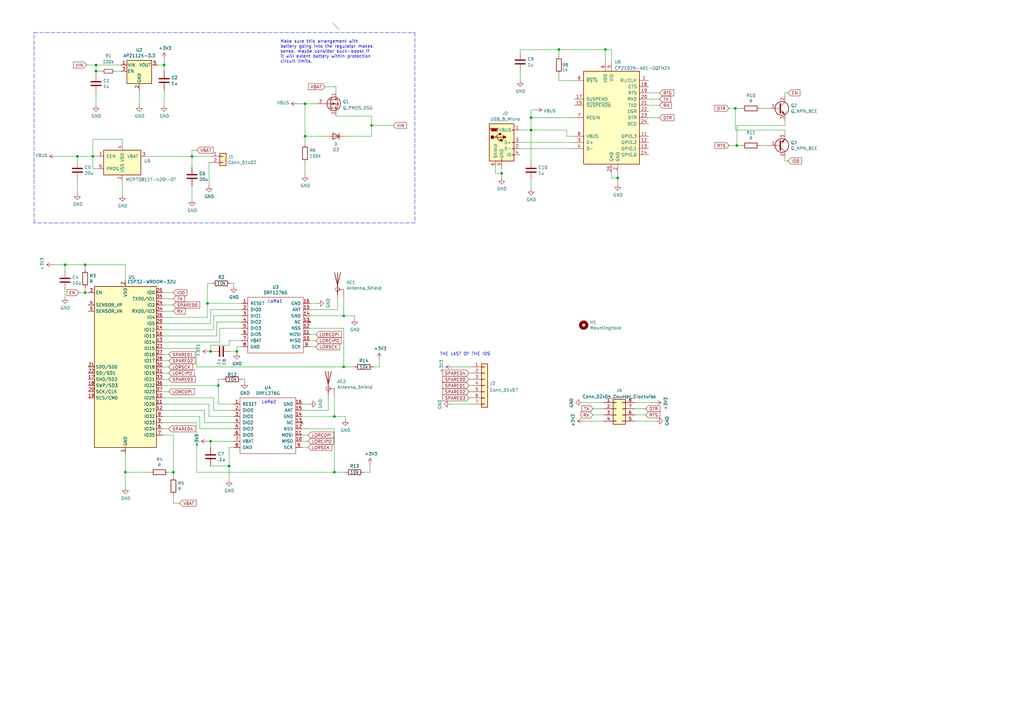
<source format=kicad_sch>
(kicad_sch (version 20211123) (generator eeschema)
  (paper "A3")
  (lib_symbols
    (symbol "Battery_Management:MCP73811T-420I-OT" (pin_names (offset 1.016))
      (property "Reference" "U" (at -6.35 6.35 0))
      (property "Value" "MCP73811T-420I-OT" (at 1.27 6.35 0))
      (symbol "MCP73811T-420I-OT_1_1"
        (pin input line (at -10.16 2.54 0) (length 2.54) (name "CEN") (number "1"))
        (pin power_in line (at 0 -7.62 90) (length 2.54) (name "VSS") (number "2"))
        (pin power_out line (at 10.16 2.54 180) (length 2.54) (name "VBAT") (number "3"))
        (pin power_in line (at 0 7.62 270) (length 2.54) (name "VDD") (number "4"))
        (pin input line (at -10.16 -2.54 0) (length 2.54) (name "PROG") (number "5"))
      )
    )
    (symbol "Connector_Generic:Conn_01x02" (pin_names (offset 1.016) hide)
      (property "Reference" "J" (at 0 2.54 0))
      (property "Value" "Conn_01x02" (at 0 -5.08 0))
      (symbol "Conn_01x02_1_1"
        (pin passive line (at -5.08 0 0) (length 3.81) (name "Pin_1") (number "1"))
        (pin passive line (at -5.08 -2.54 0) (length 3.81) (name "Pin_2") (number "2"))
      )
    )
    (symbol "Connector_Generic:Conn_01x07" (pin_names (offset 1.016) hide)
      (property "Reference" "J" (at 0 10.16 0))
      (property "Value" "Conn_01x07" (at 0 -10.16 0))
      (symbol "Conn_01x07_1_1"
        (pin passive line (at -5.08 7.62 0) (length 3.81) (name "Pin_1") (number "1"))
        (pin passive line (at -5.08 5.08 0) (length 3.81) (name "Pin_2") (number "2"))
        (pin passive line (at -5.08 2.54 0) (length 3.81) (name "Pin_3") (number "3"))
        (pin passive line (at -5.08 0 0) (length 3.81) (name "Pin_4") (number "4"))
        (pin passive line (at -5.08 -2.54 0) (length 3.81) (name "Pin_5") (number "5"))
        (pin passive line (at -5.08 -5.08 0) (length 3.81) (name "Pin_6") (number "6"))
        (pin passive line (at -5.08 -7.62 0) (length 3.81) (name "Pin_7") (number "7"))
      )
    )
    (symbol "Connector_Generic:Conn_02x04_Counter_Clockwise" (pin_names (offset 1.016) hide)
      (property "Reference" "J" (at 1.27 5.08 0))
      (property "Value" "Conn_02x04_Counter_Clockwise" (at 1.27 -7.62 0))
      (symbol "Conn_02x04_Counter_Clockwise_1_1"
        (pin passive line (at -5.08 2.54 0) (length 3.81) (name "Pin_1") (number "1"))
        (pin passive line (at -5.08 0 0) (length 3.81) (name "Pin_2") (number "2"))
        (pin passive line (at -5.08 -2.54 0) (length 3.81) (name "Pin_3") (number "3"))
        (pin passive line (at -5.08 -5.08 0) (length 3.81) (name "Pin_4") (number "4"))
        (pin passive line (at 7.62 -5.08 180) (length 3.81) (name "Pin_5") (number "5"))
        (pin passive line (at 7.62 -2.54 180) (length 3.81) (name "Pin_6") (number "6"))
        (pin passive line (at 7.62 0 180) (length 3.81) (name "Pin_7") (number "7"))
        (pin passive line (at 7.62 2.54 180) (length 3.81) (name "Pin_8") (number "8"))
      )
    )
    (symbol "Device:Antenna_Shield" (pin_numbers hide) (pin_names (offset 1.016) hide)
      (property "Reference" "AE" (at -1.905 4.445 0))
      (property "Value" "Antenna_Shield" (at -1.905 2.54 0))
      (symbol "Antenna_Shield_1_1"
        (pin input line (at 0 -5.08 90) (length 2.54) (name "A") (number "1"))
        (pin input line (at 2.54 -5.08 90) (length 2.54) (name "Shield") (number "2"))
      )
    )
    (symbol "Device:C" (pin_numbers hide) (pin_names (offset 0.254))
      (property "Reference" "C" (at 0.635 2.54 0))
      (property "Value" "C" (at 0.635 -2.54 0))
      (symbol "C_1_1"
        (pin passive line (at 0 3.81 270) (length 2.794) (name "~") (number "1"))
        (pin passive line (at 0 -3.81 90) (length 2.794) (name "~") (number "2"))
      )
    )
    (symbol "Device:D" (pin_numbers hide) (pin_names (offset 1.016) hide)
      (property "Reference" "D" (at 0 2.54 0))
      (property "Value" "D" (at 0 -2.54 0))
      (symbol "D_1_1"
        (pin passive line (at -3.81 0 0) (length 2.54) (name "K") (number "1"))
        (pin passive line (at 3.81 0 180) (length 2.54) (name "A") (number "2"))
      )
    )
    (symbol "Device:Q_NPN_BCE" (pin_names (offset 0) hide)
      (property "Reference" "Q" (at 5.08 1.27 0))
      (property "Value" "Q_NPN_BCE" (at 5.08 -1.27 0))
      (symbol "Q_NPN_BCE_1_1"
        (pin input line (at -5.08 0 0) (length 5.715) (name "B") (number "1"))
        (pin passive line (at 2.54 5.08 270) (length 2.54) (name "C") (number "2"))
        (pin passive line (at 2.54 -5.08 90) (length 2.54) (name "E") (number "3"))
      )
    )
    (symbol "Device:Q_PMOS_DSG" (pin_names (offset 0) hide)
      (property "Reference" "Q" (at 5.08 1.27 0))
      (property "Value" "Q_PMOS_DSG" (at 5.08 -1.27 0))
      (symbol "Q_PMOS_DSG_1_1"
        (pin passive line (at 2.54 5.08 270) (length 2.54) (name "D") (number "1"))
        (pin passive line (at 2.54 -5.08 90) (length 2.54) (name "S") (number "2"))
        (pin input line (at -5.08 0 0) (length 2.54) (name "G") (number "3"))
      )
    )
    (symbol "Device:R" (pin_numbers hide) (pin_names (offset 0))
      (property "Reference" "R" (at 2.032 0 90))
      (property "Value" "R" (at 0 0 90))
      (symbol "R_1_1"
        (pin passive line (at 0 3.81 270) (length 1.27) (name "~") (number "1"))
        (pin passive line (at 0 -3.81 90) (length 1.27) (name "~") (number "2"))
      )
    )
    (symbol "Device:R_Small" (pin_numbers hide) (pin_names (offset 0.254) hide)
      (property "Reference" "R" (at 0.762 0.508 0))
      (property "Value" "R_Small" (at 0.762 -1.016 0))
      (symbol "R_Small_1_1"
        (pin passive line (at 0 2.54 270) (length 0.762) (name "~") (number "1"))
        (pin passive line (at 0 -2.54 90) (length 0.762) (name "~") (number "2"))
      )
    )
    (symbol "Interface_USB:CP2102N-A01-GQFN24" (pin_names (offset 1.016))
      (property "Reference" "U" (at -5.08 22.225 0))
      (property "Value" "Interface_USB_CP2102N-A01-GQFN24" (at -5.08 20.32 0))
      (symbol "CP2102N-A01-GQFN24_1_1"
        (pin bidirectional line (at 15.24 15.24 180) (length 3.81) (name "RI/CLK") (number "1"))
        (pin no_connect line (at 10.16 -22.86 90) (length 3.81) hide (name "NC") (number "10"))
        (pin bidirectional line (at 15.24 -7.62 180) (length 3.81) (name "GPIO.3") (number "11"))
        (pin bidirectional line (at 15.24 -10.16 180) (length 3.81) (name "GPIO.2") (number "12"))
        (pin bidirectional line (at 15.24 -12.7 180) (length 3.81) (name "GPIO.1") (number "13"))
        (pin bidirectional line (at 15.24 -15.24 180) (length 3.81) (name "GPIO.0") (number "14"))
        (pin output line (at -15.24 5.08 0) (length 3.81) (name "~{SUSPENDb}") (number "15"))
        (pin no_connect line (at 7.62 -22.86 90) (length 3.81) hide (name "NC") (number "16"))
        (pin output line (at -15.24 7.62 0) (length 3.81) (name "SUSPEND") (number "17"))
        (pin input line (at 15.24 12.7 180) (length 3.81) (name "CTS") (number "18"))
        (pin output line (at 15.24 10.16 180) (length 3.81) (name "RTS") (number "19"))
        (pin power_in line (at 2.54 -22.86 90) (length 3.81) (name "GND") (number "2"))
        (pin input line (at 15.24 7.62 180) (length 3.81) (name "RXD") (number "20"))
        (pin output line (at 15.24 5.08 180) (length 3.81) (name "TXD") (number "21"))
        (pin input line (at 15.24 2.54 180) (length 3.81) (name "DSR") (number "22"))
        (pin output line (at 15.24 0 180) (length 3.81) (name "DTR") (number "23"))
        (pin input line (at 15.24 -2.54 180) (length 3.81) (name "DCD") (number "24"))
        (pin power_in line (at 0 -22.86 90) (length 3.81) (name "GND") (number "25"))
        (pin bidirectional line (at -15.24 -10.16 0) (length 3.81) (name "D+") (number "3"))
        (pin bidirectional line (at -15.24 -12.7 0) (length 3.81) (name "D-") (number "4"))
        (pin power_in line (at 0 22.86 270) (length 3.81) (name "VIO") (number "5"))
        (pin power_in line (at -2.54 22.86 270) (length 3.81) (name "VDD") (number "6"))
        (pin power_in line (at -15.24 0 0) (length 3.81) (name "REGIN") (number "7"))
        (pin input line (at -15.24 -7.62 0) (length 3.81) (name "VBUS") (number "8"))
        (pin input line (at -15.24 15.24 0) (length 3.81) (name "~{RSTb}") (number "9"))
      )
    )
    (symbol "Mechanical:MountingHole" (pin_names (offset 1.016))
      (property "Reference" "H" (at 0 5.08 0))
      (property "Value" "MountingHole" (at 0 3.175 0))
    )
    (symbol "RF_Module:ESP32-WROOM-32U"
      (property "Reference" "U" (at -12.7 34.29 0))
      (property "Value" "ESP32-WROOM-32U" (at 1.27 34.29 0))
      (symbol "ESP32-WROOM-32U_1_1"
        (pin power_in line (at 0 -35.56 90) (length 2.54) (name "GND") (number "1"))
        (pin bidirectional line (at 15.24 -12.7 180) (length 2.54) (name "IO25") (number "10"))
        (pin bidirectional line (at 15.24 -15.24 180) (length 2.54) (name "IO26") (number "11"))
        (pin bidirectional line (at 15.24 -17.78 180) (length 2.54) (name "IO27") (number "12"))
        (pin bidirectional line (at 15.24 10.16 180) (length 2.54) (name "IO14") (number "13"))
        (pin bidirectional line (at 15.24 15.24 180) (length 2.54) (name "IO12") (number "14"))
        (pin passive line (at 0 -35.56 90) (length 2.54) hide (name "GND") (number "15"))
        (pin bidirectional line (at 15.24 12.7 180) (length 2.54) (name "IO13") (number "16"))
        (pin bidirectional line (at -15.24 -5.08 0) (length 2.54) (name "SHD/SD2") (number "17"))
        (pin bidirectional line (at -15.24 -7.62 0) (length 2.54) (name "SWP/SD3") (number "18"))
        (pin bidirectional line (at -15.24 -12.7 0) (length 2.54) (name "SCS/CMD") (number "19"))
        (pin power_in line (at 0 35.56 270) (length 2.54) (name "VDD") (number "2"))
        (pin bidirectional line (at -15.24 -10.16 0) (length 2.54) (name "SCK/CLK") (number "20"))
        (pin bidirectional line (at -15.24 0 0) (length 2.54) (name "SDO/SD0") (number "21"))
        (pin bidirectional line (at -15.24 -2.54 0) (length 2.54) (name "SDI/SD1") (number "22"))
        (pin bidirectional line (at 15.24 7.62 180) (length 2.54) (name "IO15") (number "23"))
        (pin bidirectional line (at 15.24 25.4 180) (length 2.54) (name "IO2") (number "24"))
        (pin bidirectional line (at 15.24 30.48 180) (length 2.54) (name "IO0") (number "25"))
        (pin bidirectional line (at 15.24 20.32 180) (length 2.54) (name "IO4") (number "26"))
        (pin bidirectional line (at 15.24 5.08 180) (length 2.54) (name "IO16") (number "27"))
        (pin bidirectional line (at 15.24 2.54 180) (length 2.54) (name "IO17") (number "28"))
        (pin bidirectional line (at 15.24 17.78 180) (length 2.54) (name "IO5") (number "29"))
        (pin input line (at -15.24 30.48 0) (length 2.54) (name "EN") (number "3"))
        (pin bidirectional line (at 15.24 0 180) (length 2.54) (name "IO18") (number "30"))
        (pin bidirectional line (at 15.24 -2.54 180) (length 2.54) (name "IO19") (number "31"))
        (pin no_connect line (at -12.7 -27.94 0) (length 2.54) hide (name "NC") (number "32"))
        (pin bidirectional line (at 15.24 -5.08 180) (length 2.54) (name "IO21") (number "33"))
        (pin bidirectional line (at 15.24 22.86 180) (length 2.54) (name "RXD0/IO3") (number "34"))
        (pin bidirectional line (at 15.24 27.94 180) (length 2.54) (name "TXD0/IO1") (number "35"))
        (pin bidirectional line (at 15.24 -7.62 180) (length 2.54) (name "IO22") (number "36"))
        (pin bidirectional line (at 15.24 -10.16 180) (length 2.54) (name "IO23") (number "37"))
        (pin passive line (at 0 -35.56 90) (length 2.54) hide (name "GND") (number "38"))
        (pin passive line (at 0 -35.56 90) (length 2.54) hide (name "GND") (number "39"))
        (pin input line (at -15.24 25.4 0) (length 2.54) (name "SENSOR_VP") (number "4"))
        (pin input line (at -15.24 22.86 0) (length 2.54) (name "SENSOR_VN") (number "5"))
        (pin input line (at 15.24 -25.4 180) (length 2.54) (name "IO34") (number "6"))
        (pin input line (at 15.24 -27.94 180) (length 2.54) (name "IO35") (number "7"))
        (pin bidirectional line (at 15.24 -20.32 180) (length 2.54) (name "IO32") (number "8"))
        (pin bidirectional line (at 15.24 -22.86 180) (length 2.54) (name "IO33") (number "9"))
      )
    )
    (symbol "Regulator_Linear:AP2112K-3.3" (pin_names (offset 0.254))
      (property "Reference" "U" (at -5.08 5.715 0))
      (property "Value" "AP2112K-3.3" (at 0 5.715 0))
      (symbol "AP2112K-3.3_1_1"
        (pin power_in line (at -7.62 2.54 0) (length 2.54) (name "VIN") (number "1"))
        (pin power_in line (at 0 -7.62 90) (length 2.54) (name "GND") (number "2"))
        (pin input line (at -7.62 0 0) (length 2.54) (name "EN") (number "3"))
        (pin no_connect line (at 5.08 0 180) (length 2.54) hide (name "NC") (number "4"))
        (pin power_out line (at 7.62 2.54 180) (length 2.54) (name "VOUT") (number "5"))
      )
    )
    (symbol "loranet2-rescue:USB_B_Micro-Connector" (pin_names (offset 1.016))
      (property "Reference" "J" (at -5.08 11.43 0))
      (property "Value" "USB_B_Micro-Connector" (at -5.08 8.89 0))
      (symbol "USB_B_Micro-Connector_1_1"
        (pin power_out line (at 7.62 5.08 180) (length 2.54) (name "VBUS") (number "1"))
        (pin passive line (at 7.62 -2.54 180) (length 2.54) (name "D-") (number "2"))
        (pin passive line (at 7.62 0 180) (length 2.54) (name "D+") (number "3"))
        (pin passive line (at 7.62 -5.08 180) (length 2.54) (name "ID") (number "4"))
        (pin power_out line (at 0 -10.16 90) (length 2.54) (name "GND") (number "5"))
        (pin passive line (at -2.54 -10.16 90) (length 2.54) (name "Shield") (number "6"))
      )
    )
    (symbol "loranet2:DRF1276G" (pin_names (offset 1.016))
      (property "Reference" "U" (at 0 -12.7 0))
      (property "Value" "DRF1276G" (at 0 15.24 0))
      (symbol "DRF1276G_1_1"
        (pin input line (at -15.24 10.16 0) (length 2.54) (name "RESET") (number "1"))
        (pin bidirectional line (at 12.7 -5.08 180) (length 2.54) (name "MISO") (number "10"))
        (pin bidirectional line (at 12.7 -2.54 180) (length 2.54) (name "MOSI") (number "11"))
        (pin input line (at 12.7 0 180) (length 2.54) (name "NSS") (number "12"))
        (pin no_connect line (at 12.7 2.54 180) (length 2.54) (name "NC") (number "13"))
        (pin power_in line (at 12.7 5.08 180) (length 2.54) (name "GND") (number "14"))
        (pin bidirectional line (at 12.7 7.62 180) (length 2.54) (name "ANT") (number "15"))
        (pin power_in line (at 12.7 10.16 180) (length 2.54) (name "GND") (number "16"))
        (pin bidirectional line (at -15.24 7.62 0) (length 2.54) (name "DIO0") (number "2"))
        (pin bidirectional line (at -15.24 5.08 0) (length 2.54) (name "DIO1") (number "3"))
        (pin bidirectional line (at -15.24 2.54 0) (length 2.54) (name "DIO2") (number "4"))
        (pin bidirectional line (at -15.24 0 0) (length 2.54) (name "DIO3") (number "5"))
        (pin bidirectional line (at -15.24 -2.54 0) (length 2.54) (name "DIO5") (number "6"))
        (pin power_in line (at -15.24 -5.08 0) (length 2.54) (name "VBAT") (number "7"))
        (pin power_in line (at -15.24 -7.62 0) (length 2.54) (name "GND") (number "8"))
        (pin input line (at 12.7 -7.62 180) (length 2.54) (name "SCK") (number "9"))
      )
    )
    (symbol "power:+3V3" (power) (pin_names (offset 0))
      (property "Value" "+3V3" (at 0 3.556 0))
      (symbol "+3V3_1_1"
        (pin power_in line (at 0 0 90) (length 0) hide (name "+3V3") (number "1"))
      )
    )
    (symbol "power:GND" (power) (pin_names (offset 0))
      (property "Value" "GND" (at 0 -3.81 0))
      (symbol "GND_1_1"
        (pin power_in line (at 0 0 270) (length 0) hide (name "GND") (number "1"))
      )
    )
    (symbol "power:VBUS" (power) (pin_names (offset 0))
      (property "Value" "VBUS" (at 0 3.81 0))
      (symbol "VBUS_1_1"
        (pin power_in line (at 0 0 90) (length 0) hide (name "VBUS") (number "1"))
      )
    )
  )
  (junction (at 152.4 51.435))
  (junction (at 137.16 170.815))
  (junction (at 51.435 193.675))
  (junction (at 85.09 124.46))
  (junction (at 205.74 71.12))
  (junction (at 93.98 191.135))
  (junction (at 301.625 44.45))
  (junction (at 125.095 55.88))
  (junction (at 140.97 150.495))
  (junction (at 89.535 158.115))
  (junction (at 97.155 144.145))
  (junction (at 86.36 180.975))
  (junction (at 39.37 29.21))
  (junction (at 67.31 26.67))
  (junction (at 31.75 64.135))
  (junction (at 302.26 59.69))
  (junction (at 86.36 144.145))
  (junction (at 78.74 64.135))
  (junction (at 38.1 64.135))
  (junction (at 39.37 26.67))
  (junction (at 140.97 129.54))
  (junction (at 253.365 73.025))
  (junction (at 248.285 20.32))
  (junction (at 229.235 20.32))
  (junction (at 217.805 53.34))
  (junction (at 217.805 48.26))
  (junction (at 71.12 193.675))
  (junction (at 34.925 120.015))
  (junction (at 34.925 108.585))
  (junction (at 26.67 108.585))
  (junction (at 137.16 193.675))
  (junction (at 125.095 42.545))
  (bus_entry (at 136.525 9.525) (size 2.54 2.54))
  (wire (pts (xy 67.31 26.67) (xy 67.31 24.13)))
  (wire (pts (xy 217.805 48.26) (xy 235.585 48.26)))
  (wire (pts (xy 140.97 134.62) (xy 140.97 150.495)))
  (wire (pts (xy 217.805 48.26) (xy 217.805 45.085)))
  (wire (pts (xy 125.095 42.545) (xy 130.175 42.545)))
  (wire (pts (xy 31.75 64.135) (xy 38.1 64.135)))
  (wire (pts (xy 87.63 163.195) (xy 87.63 168.275)))
  (wire (pts (xy 140.97 150.495) (xy 145.415 150.495)))
  (wire (pts (xy 213.36 53.34) (xy 217.805 53.34)))
  (wire (pts (xy 26.67 108.585) (xy 34.925 108.585)))
  (wire (pts (xy 78.74 64.135) (xy 78.74 68.58)))
  (wire (pts (xy 66.675 135.255) (xy 87.63 135.255)))
  (wire (pts (xy 321.945 53.34) (xy 321.945 54.61)))
  (wire (pts (xy 129.54 139.7) (xy 127 139.7)))
  (wire (pts (xy 89.535 155.575) (xy 91.44 155.575)))
  (wire (pts (xy 125.095 42.545) (xy 125.095 55.88)))
  (wire (pts (xy 86.36 127) (xy 99.06 127)))
  (wire (pts (xy 83.82 168.275) (xy 83.82 173.355)))
  (wire (pts (xy 93.98 139.7) (xy 99.06 139.7)))
  (wire (pts (xy 89.535 155.575) (xy 89.535 158.115)))
  (wire (pts (xy 85.725 66.675) (xy 86.36 66.675)))
  (wire (pts (xy 321.945 64.77) (xy 321.945 66.04)))
  (wire (pts (xy 205.74 71.12) (xy 205.74 73.025)))
  (wire (pts (xy 138.43 127) (xy 138.43 121.92)))
  (wire (pts (xy 270.51 48.26) (xy 266.065 48.26)))
  (wire (pts (xy 21.59 108.585) (xy 26.67 108.585)))
  (wire (pts (xy 81.915 175.895) (xy 81.915 170.815)))
  (wire (pts (xy 321.945 49.53) (xy 321.945 51.435)))
  (wire (pts (xy 85.09 180.975) (xy 86.36 180.975)))
  (wire (pts (xy 93.98 141.605) (xy 93.98 139.7)))
  (wire (pts (xy 137.16 193.675) (xy 141.605 193.675)))
  (wire (pts (xy 260.35 170.18) (xy 264.795 170.18)))
  (wire (pts (xy 86.36 144.145) (xy 85.725 144.145)))
  (wire (pts (xy 137.795 47.625) (xy 152.4 47.625)))
  (wire (pts (xy 51.435 108.585) (xy 51.435 114.935)))
  (wire (pts (xy 149.225 193.675) (xy 151.765 193.675)))
  (wire (pts (xy 217.805 53.34) (xy 217.805 48.26)))
  (wire (pts (xy 95.885 117.475) (xy 95.885 116.205)))
  (wire (pts (xy 39.37 26.67) (xy 39.37 29.21)))
  (wire (pts (xy 41.91 29.21) (xy 39.37 29.21)))
  (wire (pts (xy 311.785 44.45) (xy 314.325 44.45)))
  (wire (pts (xy 71.12 203.2) (xy 71.12 206.375)))
  (wire (pts (xy 34.925 110.49) (xy 34.925 108.585)))
  (wire (pts (xy 127 134.62) (xy 140.97 134.62)))
  (wire (pts (xy 66.675 137.795) (xy 88.9 137.795)))
  (wire (pts (xy 203.2 68.58) (xy 203.2 71.12)))
  (wire (pts (xy 40.005 69.215) (xy 38.1 69.215)))
  (wire (pts (xy 67.31 43.18) (xy 67.31 36.83)))
  (wire (pts (xy 85.725 76.2) (xy 85.725 66.675)))
  (wire (pts (xy 125.095 66.675) (xy 125.095 71.755)))
  (wire (pts (xy 121.92 42.545) (xy 125.095 42.545)))
  (wire (pts (xy 123.825 175.895) (xy 137.16 175.895)))
  (wire (pts (xy 66.675 173.355) (xy 80.645 173.355)))
  (wire (pts (xy 141.605 170.815) (xy 141.605 172.085)))
  (wire (pts (xy 140.97 121.92) (xy 140.97 129.54)))
  (wire (pts (xy 248.285 25.4) (xy 248.285 20.32)))
  (wire (pts (xy 39.37 38.1) (xy 39.37 43.18)))
  (wire (pts (xy 88.9 137.795) (xy 88.9 132.08)))
  (wire (pts (xy 213.36 33.02) (xy 213.36 29.21)))
  (wire (pts (xy 323.215 38.1) (xy 321.945 38.1)))
  (wire (pts (xy 311.785 59.69) (xy 314.325 59.69)))
  (wire (pts (xy 22.86 64.135) (xy 31.75 64.135)))
  (wire (pts (xy 229.235 20.32) (xy 248.285 20.32)))
  (wire (pts (xy 229.235 30.48) (xy 229.235 33.02)))
  (wire (pts (xy 86.36 141.605) (xy 86.36 144.145)))
  (wire (pts (xy 93.98 183.515) (xy 93.98 191.135)))
  (wire (pts (xy 270.51 40.64) (xy 266.065 40.64)))
  (wire (pts (xy 66.675 132.715) (xy 86.36 132.715)))
  (wire (pts (xy 137.795 35.56) (xy 137.795 37.465)))
  (wire (pts (xy 66.675 140.335) (xy 90.17 140.335)))
  (wire (pts (xy 46.99 29.21) (xy 49.53 29.21)))
  (wire (pts (xy 51.435 186.055) (xy 51.435 193.675)))
  (wire (pts (xy 31.75 79.375) (xy 31.75 73.66)))
  (wire (pts (xy 50.165 57.15) (xy 50.165 59.055)))
  (wire (pts (xy 57.15 43.18) (xy 57.15 36.83)))
  (wire (pts (xy 64.77 26.67) (xy 67.31 26.67)))
  (wire (pts (xy 35.56 26.67) (xy 39.37 26.67)))
  (wire (pts (xy 81.915 170.815) (xy 66.675 170.815)))
  (wire (pts (xy 71.12 122.555) (xy 66.675 122.555)))
  (wire (pts (xy 217.805 53.34) (xy 217.805 66.04)))
  (wire (pts (xy 243.205 170.18) (xy 247.65 170.18)))
  (wire (pts (xy 152.4 51.435) (xy 152.4 55.88)))
  (wire (pts (xy 151.765 190.5) (xy 151.765 193.675)))
  (wire (pts (xy 39.37 29.21) (xy 39.37 30.48)))
  (wire (pts (xy 184.785 165.735) (xy 193.675 165.735)))
  (wire (pts (xy 66.675 130.175) (xy 85.09 130.175)))
  (wire (pts (xy 86.36 132.715) (xy 86.36 127)))
  (wire (pts (xy 301.625 44.45) (xy 301.625 53.34)))
  (wire (pts (xy 71.12 193.675) (xy 71.12 195.58)))
  (wire (pts (xy 80.645 142.875) (xy 80.645 150.495)))
  (wire (pts (xy 134.62 162.56) (xy 134.62 168.275)))
  (wire (pts (xy 39.37 26.67) (xy 49.53 26.67)))
  (wire (pts (xy 134.62 168.275) (xy 123.825 168.275)))
  (wire (pts (xy 127 142.24) (xy 129.54 142.24)))
  (wire (pts (xy 86.36 144.145) (xy 86.995 144.145)))
  (wire (pts (xy 141.605 55.88) (xy 152.4 55.88)))
  (wire (pts (xy 69.215 193.675) (xy 71.12 193.675)))
  (wire (pts (xy 130.175 124.46) (xy 127 124.46)))
  (wire (pts (xy 205.74 71.12) (xy 205.74 68.58)))
  (wire (pts (xy 34.925 120.015) (xy 36.195 120.015)))
  (wire (pts (xy 238.76 165.1) (xy 247.65 165.1)))
  (wire (pts (xy 94.615 144.145) (xy 97.155 144.145)))
  (wire (pts (xy 269.24 172.72) (xy 260.35 172.72)))
  (wire (pts (xy 155.575 147.32) (xy 155.575 150.495)))
  (wire (pts (xy 213.36 20.32) (xy 213.36 21.59)))
  (polyline (pts (xy 170.18 13.335) (xy 170.18 91.44)))
  (wire (pts (xy 86.36 180.975) (xy 95.885 180.975)))
  (wire (pts (xy 71.12 120.015) (xy 66.675 120.015)))
  (wire (pts (xy 31.75 66.04) (xy 31.75 64.135)))
  (wire (pts (xy 85.09 124.46) (xy 99.06 124.46)))
  (wire (pts (xy 89.535 165.735) (xy 95.885 165.735)))
  (wire (pts (xy 38.1 64.135) (xy 38.1 57.15)))
  (wire (pts (xy 123.825 178.435) (xy 126.365 178.435)))
  (wire (pts (xy 66.675 168.275) (xy 83.82 168.275)))
  (wire (pts (xy 97.155 144.78) (xy 97.155 144.145)))
  (wire (pts (xy 97.155 142.24) (xy 99.06 142.24)))
  (wire (pts (xy 32.385 120.015) (xy 34.925 120.015)))
  (wire (pts (xy 239.395 172.72) (xy 247.65 172.72)))
  (wire (pts (xy 66.675 147.955) (xy 69.215 147.955)))
  (wire (pts (xy 85.725 165.735) (xy 66.675 165.735)))
  (wire (pts (xy 137.16 175.895) (xy 137.16 193.675)))
  (wire (pts (xy 213.36 20.32) (xy 229.235 20.32)))
  (wire (pts (xy 253.365 73.025) (xy 253.365 71.12)))
  (wire (pts (xy 137.16 170.815) (xy 141.605 170.815)))
  (wire (pts (xy 250.825 20.32) (xy 250.825 25.4)))
  (wire (pts (xy 217.805 53.34) (xy 232.41 53.34)))
  (wire (pts (xy 66.675 178.435) (xy 71.12 178.435)))
  (wire (pts (xy 60.325 64.135) (xy 78.74 64.135)))
  (wire (pts (xy 26.67 121.92) (xy 26.67 118.745)))
  (wire (pts (xy 80.645 61.595) (xy 78.74 61.595)))
  (wire (pts (xy 301.625 44.45) (xy 304.165 44.45)))
  (wire (pts (xy 235.585 60.96) (xy 213.36 60.96)))
  (polyline (pts (xy 170.18 91.44) (xy 13.97 91.44)))
  (wire (pts (xy 232.41 55.88) (xy 235.585 55.88)))
  (wire (pts (xy 83.82 173.355) (xy 95.885 173.355)))
  (wire (pts (xy 133.35 35.56) (xy 137.795 35.56)))
  (wire (pts (xy 270.51 38.1) (xy 266.065 38.1)))
  (wire (pts (xy 193.675 158.115) (xy 192.405 158.115)))
  (wire (pts (xy 66.675 145.415) (xy 69.215 145.415)))
  (wire (pts (xy 95.885 116.205) (xy 94.615 116.205)))
  (wire (pts (xy 248.285 20.32) (xy 250.825 20.32)))
  (wire (pts (xy 71.12 206.375) (xy 73.66 206.375)))
  (wire (pts (xy 51.435 193.675) (xy 51.435 200.025)))
  (wire (pts (xy 38.1 64.135) (xy 38.1 69.215)))
  (wire (pts (xy 80.645 193.675) (xy 137.16 193.675)))
  (wire (pts (xy 34.925 108.585) (xy 51.435 108.585)))
  (wire (pts (xy 78.74 61.595) (xy 78.74 64.135)))
  (wire (pts (xy 100.33 155.575) (xy 99.06 155.575)))
  (wire (pts (xy 127 129.54) (xy 140.97 129.54)))
  (wire (pts (xy 304.165 59.69) (xy 302.26 59.69)))
  (wire (pts (xy 192.405 160.655) (xy 193.675 160.655)))
  (wire (pts (xy 321.945 51.435) (xy 302.26 51.435)))
  (wire (pts (xy 229.235 22.86) (xy 229.235 20.32)))
  (wire (pts (xy 66.675 150.495) (xy 69.215 150.495)))
  (wire (pts (xy 86.36 180.975) (xy 86.36 183.515)))
  (wire (pts (xy 93.98 183.515) (xy 95.885 183.515)))
  (wire (pts (xy 80.645 142.875) (xy 66.675 142.875)))
  (wire (pts (xy 192.405 155.575) (xy 193.675 155.575)))
  (wire (pts (xy 71.12 178.435) (xy 71.12 193.675)))
  (wire (pts (xy 87.63 135.255) (xy 87.63 129.54)))
  (wire (pts (xy 88.9 132.08) (xy 99.06 132.08)))
  (wire (pts (xy 123.825 170.815) (xy 137.16 170.815)))
  (wire (pts (xy 217.805 45.085) (xy 219.71 45.085)))
  (wire (pts (xy 243.205 167.64) (xy 247.65 167.64)))
  (wire (pts (xy 87.63 168.275) (xy 95.885 168.275)))
  (wire (pts (xy 40.005 64.135) (xy 38.1 64.135)))
  (wire (pts (xy 145.415 129.54) (xy 145.415 130.81)))
  (wire (pts (xy 66.675 160.655) (xy 69.215 160.655)))
  (wire (pts (xy 34.925 118.11) (xy 34.925 120.015)))
  (wire (pts (xy 66.675 163.195) (xy 87.63 163.195)))
  (wire (pts (xy 302.26 59.69) (xy 299.085 59.69)))
  (wire (pts (xy 126.365 180.975) (xy 123.825 180.975)))
  (wire (pts (xy 321.945 38.1) (xy 321.945 39.37)))
  (wire (pts (xy 86.36 191.135) (xy 93.98 191.135)))
  (wire (pts (xy 127 127) (xy 138.43 127)))
  (wire (pts (xy 213.36 58.42) (xy 235.585 58.42)))
  (wire (pts (xy 235.585 33.02) (xy 229.235 33.02)))
  (wire (pts (xy 93.98 191.135) (xy 93.98 196.85)))
  (wire (pts (xy 26.67 108.585) (xy 26.67 111.125)))
  (wire (pts (xy 50.165 80.01) (xy 50.165 74.295)))
  (wire (pts (xy 232.41 53.34) (xy 232.41 55.88)))
  (wire (pts (xy 301.625 53.34) (xy 321.945 53.34)))
  (wire (pts (xy 67.31 26.67) (xy 67.31 29.21)))
  (wire (pts (xy 299.085 44.45) (xy 301.625 44.45)))
  (wire (pts (xy 95.885 175.895) (xy 81.915 175.895)))
  (wire (pts (xy 90.17 140.335) (xy 90.17 134.62)))
  (wire (pts (xy 66.675 125.095) (xy 71.12 125.095)))
  (wire (pts (xy 321.945 66.04) (xy 323.215 66.04)))
  (wire (pts (xy 66.675 175.895) (xy 69.215 175.895)))
  (wire (pts (xy 137.16 162.56) (xy 137.16 170.815)))
  (wire (pts (xy 185.42 150.495) (xy 193.675 150.495)))
  (wire (pts (xy 125.095 55.88) (xy 125.095 59.055)))
  (wire (pts (xy 153.035 150.495) (xy 155.575 150.495)))
  (wire (pts (xy 78.74 81.915) (xy 78.74 76.2)))
  (wire (pts (xy 192.405 163.195) (xy 193.675 163.195)))
  (wire (pts (xy 268.605 165.1) (xy 260.35 165.1)))
  (wire (pts (xy 89.535 158.115) (xy 89.535 165.735)))
  (polyline (pts (xy 13.97 13.335) (xy 170.18 13.335)))
  (wire (pts (xy 97.155 144.145) (xy 97.155 142.24)))
  (wire (pts (xy 123.825 183.515) (xy 126.365 183.515)))
  (wire (pts (xy 51.435 193.675) (xy 61.595 193.675)))
  (wire (pts (xy 80.645 150.495) (xy 140.97 150.495)))
  (wire (pts (xy 85.09 116.205) (xy 86.995 116.205)))
  (polyline (pts (xy 13.97 91.44) (xy 13.97 13.335)))
  (wire (pts (xy 85.09 124.46) (xy 85.09 116.205)))
  (wire (pts (xy 86.36 141.605) (xy 93.98 141.605)))
  (wire (pts (xy 71.12 127.635) (xy 66.675 127.635)))
  (wire (pts (xy 161.29 51.435) (xy 152.4 51.435)))
  (wire (pts (xy 85.09 130.175) (xy 85.09 124.46)))
  (wire (pts (xy 217.805 77.47) (xy 217.805 73.66)))
  (wire (pts (xy 260.35 167.64) (xy 264.795 167.64)))
  (wire (pts (xy 90.17 134.62) (xy 99.06 134.62)))
  (wire (pts (xy 193.675 153.035) (xy 192.405 153.035)))
  (wire (pts (xy 270.51 43.18) (xy 266.065 43.18)))
  (wire (pts (xy 69.215 153.035) (xy 66.675 153.035)))
  (wire (pts (xy 133.985 55.88) (xy 125.095 55.88)))
  (wire (pts (xy 38.1 57.15) (xy 50.165 57.15)))
  (wire (pts (xy 66.675 155.575) (xy 69.215 155.575)))
  (wire (pts (xy 85.725 170.815) (xy 85.725 165.735)))
  (wire (pts (xy 250.825 71.12) (xy 250.825 73.025)))
  (wire (pts (xy 66.675 158.115) (xy 89.535 158.115)))
  (wire (pts (xy 127 165.735) (xy 123.825 165.735)))
  (wire (pts (xy 86.36 64.135) (xy 78.74 64.135)))
  (wire (pts (xy 87.63 129.54) (xy 99.06 129.54)))
  (wire (pts (xy 127 137.16) (xy 129.54 137.16)))
  (wire (pts (xy 100.33 156.845) (xy 100.33 155.575)))
  (wire (pts (xy 80.645 173.355) (xy 80.645 193.675)))
  (wire (pts (xy 152.4 47.625) (xy 152.4 51.435)))
  (wire (pts (xy 253.365 75.565) (xy 253.365 73.025)))
  (wire (pts (xy 302.26 51.435) (xy 302.26 59.69)))
  (wire (pts (xy 140.97 129.54) (xy 145.415 129.54)))
  (wire (pts (xy 203.2 71.12) (xy 205.74 71.12)))
  (wire (pts (xy 250.825 73.025) (xy 253.365 73.025)))
  (wire (pts (xy 95.885 170.815) (xy 85.725 170.815)))
  (text "LoRa2" (at 107.315 165.735 0) (effects (font (size 1.27 1.27)) (justify left bottom)))
  (text "THE LAST OF THE IOS" (at 180.34 146.05 0) (effects (font (size 1.27 1.27)) (justify left bottom)))
  (text "LoRa1" (at 109.855 124.46 0) (effects (font (size 1.27 1.27)) (justify left bottom)))
  (text "Make sure this arrangement with\nbattery going into the regulator makes\nsense. maybe consider buck-boost if\nit will extent battery within protection\ncircuit limits." (at 114.935 26.035 0) (effects (font (size 1.27 1.27)) (justify left bottom)))
  (global_label "IO0" (shape input) (at 323.215 66.04 0) (property "Intersheet References" "${INTERSHEET_REFS}" (effects hide)))
  (global_label "SPARE02" (shape input) (at 192.405 160.655 180) (property "Intersheet References" "${INTERSHEET_REFS}" (effects hide)))
  (global_label "EN" (shape input) (at 32.385 120.015 180) (property "Intersheet References" "${INTERSHEET_REFS}" (effects hide)))
  (global_label "RTS" (shape input) (at 299.085 59.69 180) (property "Intersheet References" "${INTERSHEET_REFS}" (effects hide)))
  (global_label "VIN" (shape input) (at 35.56 26.67 180) (property "Intersheet References" "${INTERSHEET_REFS}" (effects hide)))
  (global_label "TX" (shape input) (at 243.205 167.64 180) (property "Intersheet References" "${INTERSHEET_REFS}" (effects hide)))
  (global_label "DTR" (shape input) (at 299.085 44.45 180) (property "Intersheet References" "${INTERSHEET_REFS}" (effects hide)))
  (global_label "LORCIPO" (shape input) (at 126.365 180.975 0) (property "Intersheet References" "${INTERSHEET_REFS}" (effects hide)))
  (global_label "TX" (shape input) (at 270.51 40.64 0) (property "Intersheet References" "${INTERSHEET_REFS}" (effects hide)))
  (global_label "SPARE03" (shape input) (at 69.215 155.575 0) (property "Intersheet References" "${INTERSHEET_REFS}" (effects hide)))
  (global_label "DTR" (shape input) (at 270.51 48.26 0) (property "Intersheet References" "${INTERSHEET_REFS}" (effects hide)))
  (global_label "VIN" (shape input) (at 161.29 51.435 0) (property "Intersheet References" "${INTERSHEET_REFS}" (effects hide)))
  (global_label "LORSCK" (shape input) (at 129.54 142.24 0) (property "Intersheet References" "${INTERSHEET_REFS}" (effects hide)))
  (global_label "LORSCK" (shape input) (at 69.215 150.495 0) (property "Intersheet References" "${INTERSHEET_REFS}" (effects hide)))
  (global_label "TX" (shape input) (at 71.12 122.555 0) (property "Intersheet References" "${INTERSHEET_REFS}" (effects hide)))
  (global_label "SPARE04" (shape input) (at 192.405 153.035 180) (property "Intersheet References" "${INTERSHEET_REFS}" (effects hide)))
  (global_label "SPARE04" (shape input) (at 69.215 175.895 0) (property "Intersheet References" "${INTERSHEET_REFS}" (effects hide)))
  (global_label "LORCOPI" (shape input) (at 69.215 160.655 0) (property "Intersheet References" "${INTERSHEET_REFS}" (effects hide)))
  (global_label "LORCIPO" (shape input) (at 69.215 153.035 0) (property "Intersheet References" "${INTERSHEET_REFS}" (effects hide)))
  (global_label "IO0" (shape input) (at 71.12 120.015 0) (property "Intersheet References" "${INTERSHEET_REFS}" (effects hide)))
  (global_label "SPARE01" (shape input) (at 69.215 145.415 0) (property "Intersheet References" "${INTERSHEET_REFS}" (effects hide)))
  (global_label "SPARE02" (shape input) (at 69.215 147.955 0) (property "Intersheet References" "${INTERSHEET_REFS}" (effects hide)))
  (global_label "RX" (shape input) (at 71.12 127.635 0) (property "Intersheet References" "${INTERSHEET_REFS}" (effects hide)))
  (global_label "SPARE03" (shape input) (at 192.405 163.195 180) (property "Intersheet References" "${INTERSHEET_REFS}" (effects hide)))
  (global_label "VBAT" (shape input) (at 73.66 206.375 0) (property "Intersheet References" "${INTERSHEET_REFS}" (effects hide)))
  (global_label "VBAT" (shape input) (at 133.35 35.56 180) (property "Intersheet References" "${INTERSHEET_REFS}" (effects hide)))
  (global_label "SPARE01" (shape input) (at 192.405 158.115 180) (property "Intersheet References" "${INTERSHEET_REFS}" (effects hide)))
  (global_label "LORSCK" (shape input) (at 126.365 183.515 0) (property "Intersheet References" "${INTERSHEET_REFS}" (effects hide)))
  (global_label "SPARE00" (shape input) (at 71.12 125.095 0) (property "Intersheet References" "${INTERSHEET_REFS}" (effects hide)))
  (global_label "RX" (shape input) (at 243.205 170.18 180) (property "Intersheet References" "${INTERSHEET_REFS}" (effects hide)))
  (global_label "DTR" (shape input) (at 264.795 167.64 0) (property "Intersheet References" "${INTERSHEET_REFS}" (effects hide)))
  (global_label "RTS" (shape input) (at 270.51 38.1 0) (property "Intersheet References" "${INTERSHEET_REFS}" (effects hide)))
  (global_label "LORCIPO" (shape input) (at 129.54 139.7 0) (property "Intersheet References" "${INTERSHEET_REFS}" (effects hide)))
  (global_label "LORCOPI" (shape input) (at 126.365 178.435 0) (property "Intersheet References" "${INTERSHEET_REFS}" (effects hide)))
  (global_label "SPARE00" (shape input) (at 192.405 155.575 180) (property "Intersheet References" "${INTERSHEET_REFS}" (effects hide)))
  (global_label "EN" (shape input) (at 323.215 38.1 0) (property "Intersheet References" "${INTERSHEET_REFS}" (effects hide)))
  (global_label "RTS" (shape input) (at 264.795 170.18 0) (property "Intersheet References" "${INTERSHEET_REFS}" (effects hide)))
  (global_label "RX" (shape input) (at 270.51 43.18 0) (property "Intersheet References" "${INTERSHEET_REFS}" (effects hide)))
  (global_label "VBAT" (shape input) (at 80.645 61.595 0) (property "Intersheet References" "${INTERSHEET_REFS}" (effects hide)))
  (global_label "LORCOPI" (shape input) (at 129.54 137.16 0) (property "Intersheet References" "${INTERSHEET_REFS}" (effects hide)))
  (symbol (lib_id "loranet2:DRF1276G") (at 114.3 134.62 0) (unit 1)
    (property "Reference" "U3" (at 113.03 117.729 0))
    (property "Value" "DRF1276G" (at 113.03 120.0404 0))
    (property "Footprint" "loranet2:DRF1276G" (effects hide))
  )
  (symbol (lib_id "loranet2:DRF1276G") (at 111.125 175.895 0) (unit 1)
    (property "Reference" "U4" (at 109.855 159.004 0))
    (property "Value" "DRF1276G" (at 109.855 161.3154 0))
    (property "Footprint" "loranet2:DRF1276G" (effects hide))
  )
  (symbol (lib_id "RF_Module:ESP32-WROOM-32U") (at 51.435 150.495 0) (unit 1)
    (property "Reference" "U1" (at 53.975 113.665 0))
    (property "Value" "ESP32-WROOM-32U" (at 62.23 115.57 0))
    (property "Footprint" "RF_Module:ESP32-WROOM-32U" (effects hide))
    (property "Datasheet" "https://www.espressif.com/sites/default/files/documentation/esp32-wroom-32d_esp32-wroom-32u_datasheet_en.pdf" (effects hide))
  )
  (symbol (lib_id "Device:Antenna_Shield") (at 138.43 116.84 0) (unit 1)
    (property "Reference" "AE1" (at 142.0876 115.8494 0) (effects (justify left)))
    (property "Value" "Antenna_Shield" (at 142.0876 118.1608 0) (effects (justify left)))
    (property "Footprint" "Connector_Coaxial:U.FL_Hirose_U.FL-R-SMT-1_Vertical" (effects hide))
  )
  (symbol (lib_id "Device:Antenna_Shield") (at 134.62 157.48 0) (unit 1)
    (property "Reference" "AE2" (at 138.2776 156.4894 0) (effects (justify left)))
    (property "Value" "Antenna_Shield" (at 138.2776 158.8008 0) (effects (justify left)))
    (property "Footprint" "Connector_Coaxial:U.FL_Hirose_U.FL-R-SMT-1_Vertical" (effects hide))
  )
  (symbol (lib_id "power:GND") (at 141.605 172.085 0) (unit 1)
    (property "Reference" "#PWR0102" (effects hide))
    (property "Value" "GND" (at 141.732 176.4792 0))
  )
  (symbol (lib_id "Interface_USB:CP2102N-A01-GQFN24") (at 250.825 48.26 0) (unit 1)
    (property "Reference" "U6" (at 253.365 25.4 0))
    (property "Value" "CP2102N-A01-GQFN24" (at 263.525 27.94 0))
    (property "Footprint" "Package_DFN_QFN:QFN-24-1EP_4x4mm_P0.5mm_EP2.6x2.6mm" (effects hide))
    (property "Datasheet" "https://www.silabs.com/documents/public/data-sheets/cp2102n-datasheet.pdf" (effects hide))
  )
  (symbol (lib_id "power:VBUS") (at 121.92 42.545 90) (unit 1)
    (property "Reference" "#PWR0104" (effects hide))
    (property "Value" "VBUS" (at 118.6942 42.164 90) (effects (justify left)))
  )
  (symbol (lib_id "power:GND") (at 57.15 43.18 0) (unit 1)
    (property "Reference" "#PWR0105" (effects hide))
    (property "Value" "GND" (at 57.277 47.5742 0))
  )
  (symbol (lib_id "power:GND") (at 39.37 43.18 0) (unit 1)
    (property "Reference" "#PWR0106" (effects hide))
    (property "Value" "GND" (at 39.497 47.5742 0))
  )
  (symbol (lib_id "power:+3V3") (at 67.31 24.13 0) (unit 1)
    (property "Reference" "#PWR0108" (effects hide))
    (property "Value" "+3V3" (at 67.691 19.7358 0))
  )
  (symbol (lib_id "loranet2-rescue:USB_B_Micro-Connector") (at 205.74 58.42 0) (unit 1)
    (property "Reference" "J2" (at 207.1878 46.5582 0))
    (property "Value" "USB_B_Micro" (at 207.1878 48.8696 0))
    (property "Footprint" "Connector_USB:USB_Micro-B_Molex_47346-0001" (effects hide))
  )
  (symbol (lib_id "power:GND") (at 205.74 73.025 0) (unit 1)
    (property "Reference" "#PWR0117" (effects hide))
    (property "Value" "GND" (at 205.867 77.4192 0))
  )
  (symbol (lib_id "power:GND") (at 253.365 75.565 0) (unit 1)
    (property "Reference" "#PWR0119" (effects hide))
    (property "Value" "GND" (at 253.492 79.9592 0))
  )
  (symbol (lib_id "Device:C") (at 217.805 69.85 0) (unit 1)
    (property "Reference" "C10" (at 220.726 68.6816 0) (effects (justify left)))
    (property "Value" "1u" (at 220.726 70.993 0) (effects (justify left)))
    (property "Footprint" "Capacitor_SMD:C_0603_1608Metric" (effects hide))
  )
  (symbol (lib_id "power:GND") (at 217.805 77.47 0) (unit 1)
    (property "Reference" "#PWR0120" (effects hide))
    (property "Value" "GND" (at 217.932 81.8642 0))
  )
  (symbol (lib_id "power:GND") (at 213.36 33.02 0) (unit 1)
    (property "Reference" "#PWR0116" (effects hide))
    (property "Value" "GND" (at 213.487 37.4142 0))
  )
  (symbol (lib_id "Device:C") (at 213.36 25.4 0) (unit 1)
    (property "Reference" "C9" (at 216.281 24.2316 0) (effects (justify left)))
    (property "Value" "1u" (at 216.281 26.543 0) (effects (justify left)))
    (property "Footprint" "Capacitor_SMD:C_0603_1608Metric" (effects hide))
  )
  (symbol (lib_id "Device:R") (at 229.235 26.67 180) (unit 1)
    (property "Reference" "R8" (at 230.505 26.67 0) (effects (justify right)))
    (property "Value" "1k" (at 230.505 28.575 0) (effects (justify right)))
    (property "Footprint" "Resistor_SMD:R_0603_1608Metric" (effects hide))
  )
  (symbol (lib_id "power:GND") (at 67.31 43.18 0) (unit 1)
    (property "Reference" "#PWR0110" (effects hide))
    (property "Value" "GND" (at 67.437 47.5742 0))
  )
  (symbol (lib_id "Battery_Management:MCP73811T-420I-OT") (at 50.165 66.675 0) (unit 1)
    (property "Reference" "U5" (at 59.055 66.04 0) (effects (justify left)))
    (property "Value" "MCP73811T-420I-OT" (at 51.435 73.66 0) (effects (justify left)))
    (property "Footprint" "Package_TO_SOT_SMD:SOT-23-5" (effects hide))
    (property "Datasheet" "http://ww1.microchip.com/downloads/en/DeviceDoc/22036b.pdf" (effects hide))
  )
  (symbol (lib_id "Device:C") (at 31.75 69.85 180) (unit 1)
    (property "Reference" "C5" (at 34.671 68.6816 0) (effects (justify right)))
    (property "Value" "20u" (at 34.671 70.993 0) (effects (justify right)))
    (property "Footprint" "Capacitor_SMD:C_0603_1608Metric" (effects hide))
  )
  (symbol (lib_id "Device:C") (at 78.74 72.39 180) (unit 1)
    (property "Reference" "C6" (at 81.661 71.2216 0) (effects (justify right)))
    (property "Value" "20u" (at 81.661 73.533 0) (effects (justify right)))
    (property "Footprint" "Capacitor_SMD:C_0603_1608Metric" (effects hide))
  )
  (symbol (lib_id "power:VBUS") (at 22.86 64.135 90) (unit 1)
    (property "Reference" "#PWR0114" (effects hide))
    (property "Value" "VBUS" (at 19.6342 63.754 90) (effects (justify left)))
  )
  (symbol (lib_id "power:GND") (at 31.75 79.375 0) (unit 1)
    (property "Reference" "#PWR0113" (effects hide))
    (property "Value" "GND" (at 31.877 83.7692 0))
  )
  (symbol (lib_id "power:GND") (at 50.165 80.01 0) (unit 1)
    (property "Reference" "#PWR0112" (effects hide))
    (property "Value" "GND" (at 50.292 84.4042 0))
  )
  (symbol (lib_id "power:GND") (at 78.74 81.915 0) (unit 1)
    (property "Reference" "#PWR0111" (effects hide))
    (property "Value" "GND" (at 78.867 86.3092 0))
  )
  (symbol (lib_id "Connector_Generic:Conn_01x02") (at 91.44 64.135 0) (unit 1)
    (property "Reference" "J1" (at 93.472 64.3382 0) (effects (justify left)))
    (property "Value" "Conn_01x02" (at 93.472 66.6496 0) (effects (justify left)))
    (property "Footprint" "Connector_JST:JST_EH_S2B-EH_1x02_P2.50mm_Horizontal" (effects hide))
  )
  (symbol (lib_id "power:GND") (at 85.725 76.2 0) (unit 1)
    (property "Reference" "#PWR0101" (effects hide))
    (property "Value" "GND" (at 85.852 80.5942 0))
  )
  (symbol (lib_id "power:VBUS") (at 219.71 45.085 270) (unit 1)
    (property "Reference" "#PWR0115" (effects hide))
    (property "Value" "VBUS" (at 222.9358 45.466 90) (effects (justify left)))
  )
  (symbol (lib_id "Device:R") (at 34.925 114.3 0) (unit 1)
    (property "Reference" "R3" (at 36.703 113.1316 0) (effects (justify left)))
    (property "Value" "R" (at 36.703 115.443 0) (effects (justify left)))
    (property "Footprint" "Resistor_SMD:R_0603_1608Metric" (effects hide))
  )
  (symbol (lib_id "power:GND") (at 51.435 200.025 0) (unit 1)
    (property "Reference" "#PWR0121" (effects hide))
    (property "Value" "GND" (at 51.562 204.4192 0))
  )
  (symbol (lib_id "Device:R") (at 125.095 62.865 0) (unit 1)
    (property "Reference" "R6" (at 126.873 61.6966 0) (effects (justify left)))
    (property "Value" "100k" (at 126.873 64.008 0) (effects (justify left)))
    (property "Footprint" "Resistor_SMD:R_0603_1608Metric" (effects hide))
  )
  (symbol (lib_id "power:GND") (at 125.095 71.755 0) (unit 1)
    (property "Reference" "#PWR0122" (effects hide))
    (property "Value" "GND" (at 125.222 76.1492 0))
  )
  (symbol (lib_id "Device:D") (at 137.795 55.88 180) (unit 1)
    (property "Reference" "D3" (at 137.795 61.3918 0))
    (property "Value" "D" (at 137.795 59.0804 0))
    (property "Footprint" "Capacitor_SMD:C_0603_1608Metric" (effects hide))
  )
  (symbol (lib_id "power:GND") (at 93.98 196.85 0) (unit 1)
    (property "Reference" "#PWR0123" (effects hide))
    (property "Value" "GND" (at 94.107 201.2442 0))
  )
  (symbol (lib_id "power:GND") (at 145.415 130.81 0) (unit 1)
    (property "Reference" "#PWR0126" (effects hide))
    (property "Value" "GND" (at 145.542 135.2042 0))
  )
  (symbol (lib_id "power:GND") (at 97.155 144.78 0) (unit 1)
    (property "Reference" "#PWR0125" (effects hide))
    (property "Value" "GND" (at 97.282 149.1742 0))
  )
  (symbol (lib_id "Device:C") (at 26.67 114.935 180) (unit 1)
    (property "Reference" "C4" (at 29.591 113.7666 0) (effects (justify right)))
    (property "Value" "10u" (at 29.591 116.078 0) (effects (justify right)))
    (property "Footprint" "Capacitor_SMD:C_0603_1608Metric" (effects hide))
  )
  (symbol (lib_id "power:GND") (at 26.67 121.92 0) (unit 1)
    (property "Reference" "#PWR0124" (effects hide))
    (property "Value" "GND" (at 26.797 126.3142 0))
  )
  (symbol (lib_id "power:+3V3") (at 21.59 108.585 90) (unit 1)
    (property "Reference" "#PWR0127" (effects hide))
    (property "Value" "+3V3" (at 17.1958 108.204 0))
  )
  (symbol (lib_id "power:+3V3") (at 85.725 144.145 90) (unit 1)
    (property "Reference" "#PWR0128" (effects hide))
    (property "Value" "+3V3" (at 81.3308 143.764 0))
  )
  (symbol (lib_id "power:+3V3") (at 85.09 180.975 90) (unit 1)
    (property "Reference" "#PWR0129" (effects hide))
    (property "Value" "+3V3" (at 80.6958 180.594 0))
  )
  (symbol (lib_id "power:GND") (at 130.175 124.46 90) (unit 1)
    (property "Reference" "#PWR0130" (effects hide))
    (property "Value" "GND" (at 134.5692 124.333 0))
  )
  (symbol (lib_id "power:GND") (at 127 165.735 90) (unit 1)
    (property "Reference" "#PWR0131" (effects hide))
    (property "Value" "GND" (at 131.3942 165.608 0))
  )
  (symbol (lib_id "Device:R") (at 71.12 199.39 0) (unit 1)
    (property "Reference" "R5" (at 72.898 198.2216 0) (effects (justify left)))
    (property "Value" "R" (at 72.898 200.533 0) (effects (justify left)))
    (property "Footprint" "Resistor_SMD:R_0603_1608Metric" (effects hide))
  )
  (symbol (lib_id "Device:R") (at 65.405 193.675 90) (unit 1)
    (property "Reference" "R4" (at 65.405 188.4172 90))
    (property "Value" "R" (at 65.405 190.7286 90))
    (property "Footprint" "Resistor_SMD:R_0603_1608Metric" (effects hide))
  )
  (symbol (lib_id "Device:C") (at 86.36 187.325 180) (unit 1)
    (property "Reference" "C7" (at 89.281 186.1566 0) (effects (justify right)))
    (property "Value" ".1u" (at 89.281 188.468 0) (effects (justify right)))
    (property "Footprint" "Capacitor_SMD:C_0603_1608Metric" (effects hide))
  )
  (symbol (lib_id "Device:C") (at 90.805 144.145 90) (unit 1)
    (property "Reference" "C8" (at 91.9734 147.066 0) (effects (justify right)))
    (property "Value" ".1u" (at 89.662 147.066 0) (effects (justify right)))
    (property "Footprint" "Capacitor_SMD:C_0603_1608Metric" (effects hide))
  )
  (symbol (lib_id "Device:Q_NPN_BCE") (at 319.405 44.45 0) (unit 1)
    (property "Reference" "Q2" (at 324.2564 43.2816 0) (effects (justify left)))
    (property "Value" "Q_NPN_BCE" (at 324.2564 45.593 0) (effects (justify left)))
    (property "Footprint" "Package_TO_SOT_SMD:SOT-23" (effects hide))
  )
  (symbol (lib_id "Device:Q_NPN_BCE") (at 319.405 59.69 0) (mirror x) (unit 1)
    (property "Reference" "Q3" (at 324.2564 58.5216 0) (effects (justify left)))
    (property "Value" "Q_NPN_BCE" (at 324.2564 60.833 0) (effects (justify left)))
    (property "Footprint" "Package_TO_SOT_SMD:SOT-23" (effects hide))
  )
  (symbol (lib_id "Device:R") (at 307.975 44.45 90) (unit 1)
    (property "Reference" "R10" (at 307.975 39.1922 90))
    (property "Value" "R" (at 307.975 41.5036 90))
    (property "Footprint" "Resistor_SMD:R_0603_1608Metric" (effects hide))
  )
  (symbol (lib_id "Device:R") (at 307.975 59.69 90) (unit 1)
    (property "Reference" "R11" (at 307.975 54.4322 90))
    (property "Value" "R" (at 307.975 56.7436 90))
    (property "Footprint" "Resistor_SMD:R_0603_1608Metric" (effects hide))
  )
  (symbol (lib_id "Regulator_Linear:AP2112K-3.3") (at 57.15 29.21 0) (unit 1)
    (property "Reference" "U2" (at 57.15 20.5232 0))
    (property "Value" "AP2112K-3.3" (at 57.15 22.8346 0))
    (property "Footprint" "Package_TO_SOT_SMD:SOT-23-5" (effects hide))
    (property "Datasheet" "https://www.diodes.com/assets/Datasheets/AP2112.pdf" (effects hide))
  )
  (symbol (lib_id "Device:C") (at 67.31 33.02 0) (unit 1)
    (property "Reference" "C2" (at 70.231 31.8516 0) (effects (justify left)))
    (property "Value" "1u" (at 70.231 34.163 0) (effects (justify left)))
    (property "Footprint" "Capacitor_SMD:C_0603_1608Metric" (effects hide))
  )
  (symbol (lib_id "Device:C") (at 39.37 34.29 0) (unit 1)
    (property "Reference" "C1" (at 42.291 33.1216 0) (effects (justify left)))
    (property "Value" "1u" (at 42.291 35.433 0) (effects (justify left)))
    (property "Footprint" "Capacitor_SMD:C_0603_1608Metric" (effects hide))
  )
  (symbol (lib_id "Mechanical:MountingHole") (at 239.395 133.35 0) (unit 1)
    (property "Reference" "H1" (at 241.935 132.1816 0) (effects (justify left)))
    (property "Value" "MountingHole" (at 241.935 134.493 0) (effects (justify left)))
    (property "Footprint" "loranet2:MRA-2022_10x6mm" (effects hide))
  )
  (symbol (lib_id "Device:R_Small") (at 44.45 29.21 270) (unit 1)
    (property "Reference" "R1" (at 44.45 22.86 90))
    (property "Value" "100k" (at 44.45 25.4 90))
    (property "Footprint" "Resistor_SMD:R_0603_1608Metric" (effects hide))
  )
  (symbol (lib_id "power:+3V3") (at 185.42 150.495 90) (unit 1)
    (property "Reference" "#PWR0103" (effects hide))
    (property "Value" "+3V3" (at 181.0258 150.114 0))
  )
  (symbol (lib_id "power:GND") (at 184.785 165.735 270) (unit 1)
    (property "Reference" "#PWR0107" (effects hide))
    (property "Value" "GND" (at 180.3908 165.862 0))
  )
  (symbol (lib_id "Device:R") (at 90.805 116.205 90) (unit 1)
    (property "Reference" "R2" (at 90.805 113.665 90))
    (property "Value" "10k" (at 90.805 116.205 90))
    (property "Footprint" "Resistor_SMD:R_0603_1608Metric" (effects hide))
  )
  (symbol (lib_id "power:GND") (at 95.885 117.475 0) (unit 1)
    (property "Reference" "#PWR0109" (effects hide))
    (property "Value" "GND" (at 96.012 121.8692 0))
  )
  (symbol (lib_id "Device:R") (at 95.25 155.575 90) (unit 1)
    (property "Reference" "R12" (at 95.25 153.67 90))
    (property "Value" "10k" (at 95.25 155.575 90))
    (property "Footprint" "Resistor_SMD:R_0603_1608Metric" (effects hide))
  )
  (symbol (lib_id "power:GND") (at 100.33 156.845 0) (unit 1)
    (property "Reference" "#PWR0132" (effects hide))
    (property "Value" "GND" (at 100.457 161.2392 0))
  )
  (symbol (lib_id "Connector_Generic:Conn_02x04_Counter_Clockwise") (at 252.73 167.64 0) (unit 1)
    (property "Reference" "J4" (at 254 160.1302 0))
    (property "Value" "Conn_02x04_Counter_Clockwise" (at 254 162.6671 0))
    (property "Footprint" "loranet2:SOIC_clipProgSmall" (effects hide))
  )
  (symbol (lib_id "Device:R") (at 145.415 193.675 90) (unit 1)
    (property "Reference" "R13" (at 145.415 191.135 90))
    (property "Value" "10k" (at 145.415 193.675 90))
    (property "Footprint" "Resistor_SMD:R_0603_1608Metric" (effects hide))
  )
  (symbol (lib_id "power:+3V3") (at 239.395 172.72 90) (unit 1)
    (property "Reference" "#PWR0133" (effects hide))
    (property "Value" "+3V3" (at 235.0008 172.339 0))
  )
  (symbol (lib_id "power:+3V3") (at 268.605 165.1 270) (unit 1)
    (property "Reference" "#PWR0136" (effects hide))
    (property "Value" "+3V3" (at 272.9992 165.481 0))
  )
  (symbol (lib_id "power:+3V3") (at 155.575 147.32 0) (unit 1)
    (property "Reference" "#PWR0138" (effects hide))
    (property "Value" "+3V3" (at 155.956 142.9258 0))
  )
  (symbol (lib_id "Connector_Generic:Conn_01x07") (at 198.755 158.115 0) (unit 1)
    (property "Reference" "J3" (at 200.787 157.2065 0) (effects (justify left)))
    (property "Value" "Conn_01x07" (at 200.787 159.9816 0) (effects (justify left)))
    (property "Footprint" "Connector_PinHeader_2.54mm:PinHeader_1x07_P2.54mm_Vertical" (effects hide))
  )
  (symbol (lib_id "power:+3V3") (at 151.765 190.5 0) (unit 1)
    (property "Reference" "#PWR0137" (effects hide))
    (property "Value" "+3V3" (at 152.146 186.1058 0))
  )
  (symbol (lib_id "power:GND") (at 238.76 165.1 270) (unit 1)
    (property "Reference" "#PWR0134" (effects hide))
    (property "Value" "GND" (at 234.3658 165.227 0))
  )
  (symbol (lib_id "Device:Q_PMOS_DSG") (at 135.255 42.545 0) (unit 1)
    (property "Reference" "Q1" (at 140.462 41.7103 0) (effects (justify left)))
    (property "Value" "Q_PMOS_DSG" (at 140.462 44.2472 0) (effects (justify left)))
    (property "Footprint" "Package_TO_SOT_SMD:SOT-23" (effects hide))
  )
  (symbol (lib_id "power:GND") (at 269.24 172.72 90) (unit 1)
    (property "Reference" "#PWR0135" (effects hide))
    (property "Value" "GND" (at 273.6342 172.593 0))
  )
  (symbol (lib_id "Device:R") (at 149.225 150.495 90) (unit 1)
    (property "Reference" "R14" (at 149.225 147.955 90))
    (property "Value" "10k" (at 149.225 150.495 90))
    (property "Footprint" "Resistor_SMD:R_0603_1608Metric" (effects hide))
  )
)
</source>
